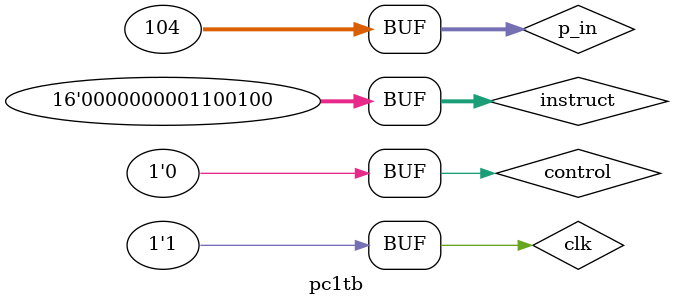
<source format=v>
module pc1tb;
reg [31:0] p_in;
wire [31:0] p_out;
reg [15:0] instruct;
reg control;
reg clk;
pc1 uu1(.p_in(p_in),.p_out(p_out),.instruct(instruct),.control(control),.clk(clk));
      always
       begin
	       clk=1'b0;
            #5 clk=#5~clk;
       end
     
    initial
         begin
               $monitor("pc in =%d pc out =%d instruction =%d  control =%d",p_in,p_out,instruct,control);
               #5 p_in=32'd104;  instruct=16'd100; control=1'b1;
			   #5 p_in=32'd104;  instruct=16'd100; control=1'b0;
			   
         end
 endmodule
</source>
